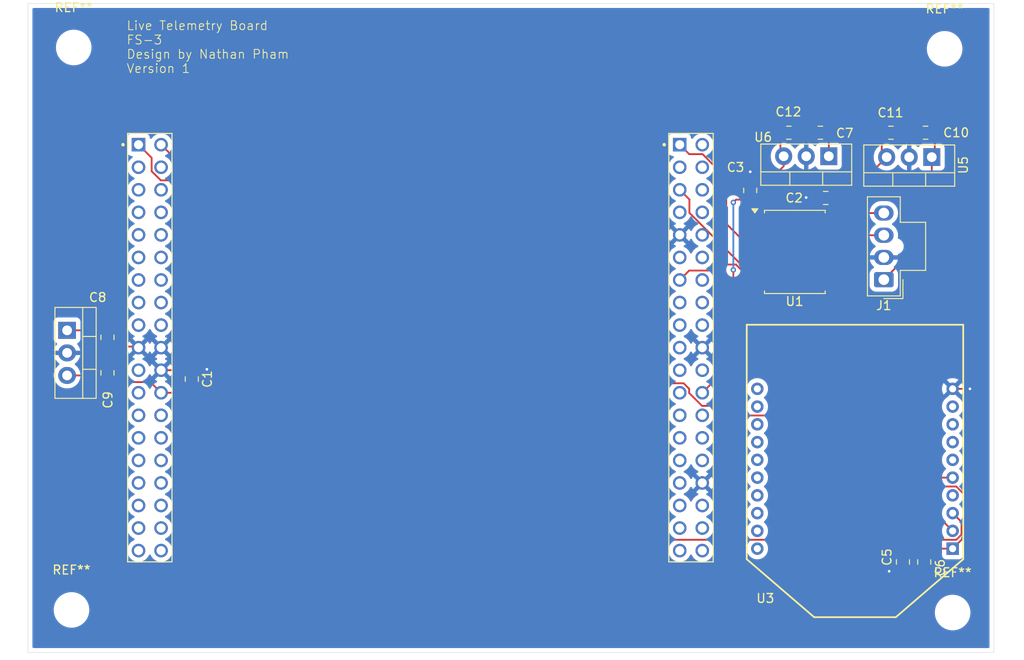
<source format=kicad_pcb>
(kicad_pcb (version 20240108) (generator "pcbnew") (generator_version "8.0")
  (layers (0 "F.Cu" signal) (31 "B.Cu" signal) (34 "B.Paste" user) (35 "F.Paste" user) (36 "B.SilkS" user "B.Silkscreen") (37 "F.SilkS" user "F.Silkscreen") (38 "B.Mask" user) (39 "F.Mask" user) (44 "Edge.Cuts" user))
  (net 0 "")
  (net 1 "GND")
  (net 2 "+12V")
  (net 3 "+9V")
  (net 4 "+5V")
  (net 5 "/CANL")
  (net 6 "/CAN1_TX")
  (net 7 "/CAN1_RX")
  (net 8 "/CANH")
  (net 16 "/RADIO_RESET")
  (net 19 "/RADIO_IN")
  (net 25 "/RADIO_OUT")
  (net 26 "+3V3")
  (footprint "MountingHole:MountingHole_3.5mm" (layer "F.Cu") (at 55.8 62.95)
    (property "Reference" "REF**" (at 0 -4.5 0) (layer "F.SilkS"))
    (property "Value" "MountingHole_3.5mm")
    (pad "" np_thru_hole circle (at 0 0) (size 3.5 3.5) (drill 3.5) (layers "*.Cu" "*.Mask"))
  )
  (footprint "Capacitor_SMD:C_0805_2012Metric_Pad1.18x1.45mm_HandSolder" (layer "F.Cu") (at 132 79.05 -90)
    (property "Reference" "C3" (at -2.6 1.65 0) (layer "F.SilkS"))
    (property "Value" "100nf")
    (fp_line (start -0.261252 0.735) (end 0.261252 0.735) (stroke (width 0.12)) (layer "F.SilkS"))
    (fp_line (start -0.261252 -0.735) (end 0.261252 -0.735) (stroke (width 0.12)) (layer "F.SilkS"))
    (pad "1" smd roundrect (at -1.0375 0 270) (size 1.175 1.45) (layers "F.Cu" "F.Paste" "F.Mask") (roundrect_rratio 0.212766) (net 1 "GND"))
    (pad "2" smd roundrect (at 1.0375 0 270) (size 1.175 1.45) (layers "F.Cu" "F.Paste" "F.Mask") (roundrect_rratio 0.212766) (net 26 "+3V3"))
  )
  (footprint "Capacitor_SMD:C_0805_2012Metric_Pad1.18x1.45mm_HandSolder" (layer "F.Cu") (at 151.75 72.55 180)
    (property "Reference" "C10" (at -3.45 0 0) (layer "F.SilkS"))
    (property "Value" "330nf")
    (fp_line (start -0.261252 0.735) (end 0.261252 0.735) (stroke (width 0.12)) (layer "F.SilkS"))
    (fp_line (start -0.261252 -0.735) (end 0.261252 -0.735) (stroke (width 0.12)) (layer "F.SilkS"))
    (pad "1" smd roundrect (at -1.0375 0 180) (size 1.175 1.45) (layers "F.Cu" "F.Paste" "F.Mask") (roundrect_rratio 0.212766) (net 2 "+12V"))
    (pad "2" smd roundrect (at 1.0375 0 180) (size 1.175 1.45) (layers "F.Cu" "F.Paste" "F.Mask") (roundrect_rratio 0.212766) (net 1 "GND"))
  )
  (footprint "FS_3_Global_Footprint_Library:NUCLEO-F446RE" (layer "F.Cu") (at 94.85 83.41)
    (property "Reference" "U2" (hide yes))
    (property "Value" "NUCLEO-F446RE" (hide yes))
    (fp_line (start -32.98 -10.78) (end -32.98 37.48) (stroke (width 0.127)) (layer "F.SilkS"))
    (fp_line (start -32.98 -10.78) (end -32.98 37.48) (stroke (width 0.127)) (layer "F.SilkS"))
    (fp_line (start -32.98 37.48) (end -27.98 37.48) (stroke (width 0.127)) (layer "F.SilkS"))
    (fp_line (start -27.98 -10.78) (end -32.98 -10.78) (stroke (width 0.127)) (layer "F.SilkS"))
    (fp_line (start -27.98 37.48) (end -27.98 -10.78) (stroke (width 0.127)) (layer "F.SilkS"))
    (fp_line (start 27.98 -10.78) (end 27.98 37.48) (stroke (width 0.127)) (layer "F.SilkS"))
    (fp_line (start 32.98 -10.78) (end 27.98 -10.78) (stroke (width 0.127)) (layer "F.SilkS"))
    (fp_line (start 32.98 -10.78) (end 32.98 37.48) (stroke (width 0.127)) (layer "F.SilkS"))
    (fp_line (start 32.98 37.48) (end 27.98 37.48) (stroke (width 0.127)) (layer "F.SilkS"))
    (fp_circle (center -33.5 -9.51) (end -33.4 -9.51) (stroke (width 0.2)) (fill none) (layer "F.SilkS"))
    (fp_circle (center 27.46 -9.51) (end 27.56 -9.51) (stroke (width 0.2)) (fill none) (layer "F.SilkS"))
    (pad "CN7_1" thru_hole rect (at -31.75 -9.51) (size 1.53 1.53) (drill 1.02) (layers "*.Cu" "*.Mask") (net 19 "/RADIO_IN"))
    (pad "CN7_2" thru_hole circle (at -29.21 -9.51) (size 1.53 1.53) (drill 1.02) (layers "*.Cu" "*.Mask") (net 25 "/RADIO_OUT"))
    (pad "CN7_3" thru_hole circle (at -31.75 -6.97) (size 1.53 1.53) (drill 1.02) (layers "*.Cu" "*.Mask"))
    (pad "CN7_4" thru_hole circle (at -29.21 -6.97) (size 1.53 1.53) (drill 1.02) (layers "*.Cu" "*.Mask"))
    (pad "CN7_5" thru_hole circle (at -31.75 -4.43) (size 1.53 1.53) (drill 1.02) (layers "*.Cu" "*.Mask"))
    (pad "CN7_6" thru_hole circle (at -29.21 -4.43) (size 1.53 1.53) (drill 1.02) (layers "*.Cu" "*.Mask"))
    (pad "CN7_7" thru_hole circle (at -31.75 -1.89) (size 1.53 1.53) (drill 1.02) (layers "*.Cu" "*.Mask"))
    (pad "CN7_8" thru_hole circle (at -29.21 -1.89) (size 1.53 1.53) (drill 1.02) (layers "*.Cu" "*.Mask"))
    (pad "CN7_9" thru_hole circle (at -31.75 0.65) (size 1.53 1.53) (drill 1.02) (layers "*.Cu" "*.Mask"))
    (pad "CN7_10" thru_hole circle (at -29.21 0.65) (size 1.53 1.53) (drill 1.02) (layers "*.Cu" "*.Mask"))
    (pad "CN7_11" thru_hole circle (at -31.75 3.19) (size 1.53 1.53) (drill 1.02) (layers "*.Cu" "*.Mask"))
    (pad "CN7_12" thru_hole circle (at -29.21 3.19) (size 1.53 1.53) (drill 1.02) (layers "*.Cu" "*.Mask"))
    (pad "CN7_13" thru_hole circle (at -31.75 5.73) (size 1.53 1.53) (drill 1.02) (layers "*.Cu" "*.Mask"))
    (pad "CN7_14" thru_hole circle (at -29.21 5.73) (size 1.53 1.53) (drill 1.02) (layers "*.Cu" "*.Mask"))
    (pad "CN7_15" thru_hole circle (at -31.75 8.27) (size 1.53 1.53) (drill 1.02) (layers "*.Cu" "*.Mask"))
    (pad "CN7_16" thru_hole circle (at -29.21 8.27) (size 1.53 1.53) (drill 1.02) (layers "*.Cu" "*.Mask"))
    (pad "CN7_17" thru_hole circle (at -31.75 10.81) (size 1.53 1.53) (drill 1.02) (layers "*.Cu" "*.Mask"))
    (pad "CN7_18" thru_hole circle (at -29.21 10.81) (size 1.53 1.53) (drill 1.02) (layers "*.Cu" "*.Mask"))
    (pad "CN7_19" thru_hole circle (at -31.75 13.35) (size 1.53 1.53) (drill 1.02) (layers "*.Cu" "*.Mask") (net 1 "GND"))
    (pad "CN7_20" thru_hole circle (at -29.21 13.35) (size 1.53 1.53) (drill 1.02) (layers "*.Cu" "*.Mask") (net 1 "GND"))
    (pad "CN7_21" thru_hole circle (at -31.75 15.89) (size 1.53 1.53) (drill 1.02) (layers "*.Cu" "*.Mask"))
    (pad "CN7_22" thru_hole circle (at -29.21 15.89) (size 1.53 1.53) (drill 1.02) (layers "*.Cu" "*.Mask") (net 1 "GND"))
    (pad "CN7_23" thru_hole circle (at -31.75 18.43) (size 1.53 1.53) (drill 1.02) (layers "*.Cu" "*.Mask"))
    (pad "CN7_24" thru_hole circle (at -29.21 18.43) (size 1.53 1.53) (drill 1.02) (layers "*.Cu" "*.Mask") (net 3 "+9V"))
    (pad "CN7_25" thru_hole circle (at -31.75 20.97) (size 1.53 1.53) (drill 1.02) (layers "*.Cu" "*.Mask"))
    (pad "CN7_26" thru_hole circle (at -29.21 20.97) (size 1.53 1.53) (drill 1.02) (layers "*.Cu" "*.Mask"))
    (pad "CN7_27" thru_hole circle (at -31.75 23.51) (size 1.53 1.53) (drill 1.02) (layers "*.Cu" "*.Mask"))
    (pad "CN7_28" thru_hole circle (at -29.21 23.51) (size 1.53 1.53) (drill 1.02) (layers "*.Cu" "*.Mask"))
    (pad "CN7_29" thru_hole circle (at -31.75 26.05) (size 1.53 1.53) (drill 1.02) (layers "*.Cu" "*.Mask"))
    (pad "CN7_30" thru_hole circle (at -29.21 26.05) (size 1.53 1.53) (drill 1.02) (layers "*.Cu" "*.Mask"))
    (pad "CN7_31" thru_hole circle (at -31.75 28.59) (size 1.53 1.53) (drill 1.02) (layers "*.Cu" "*.Mask"))
    (pad "CN7_32" thru_hole circle (at -29.21 28.59) (size 1.53 1.53) (drill 1.02) (layers "*.Cu" "*.Mask"))
    (pad "CN7_33" thru_hole circle (at -31.75 31.13) (size 1.53 1.53) (drill 1.02) (layers "*.Cu" "*.Mask"))
    (pad "CN7_34" thru_hole circle (at -29.21 31.13) (size 1.53 1.53) (drill 1.02) (layers "*.Cu" "*.Mask"))
    (pad "CN7_35" thru_hole circle (at -31.75 33.67) (size 1.53 1.53) (drill 1.02) (layers "*.Cu" "*.Mask"))
    (pad "CN7_36" thru_hole circle (at -29.21 33.67) (size 1.53 1.53) (drill 1.02) (layers "*.Cu" "*.Mask"))
    (pad "CN7_37" thru_hole circle (at -31.75 36.21) (size 1.53 1.53) (drill 1.02) (layers "*.Cu" "*.Mask"))
    (pad "CN7_38" thru_hole circle (at -29.21 36.21) (size 1.53 1.53) (drill 1.02) (layers "*.Cu" "*.Mask"))
    (pad "CN10_1" thru_hole rect (at 29.21 -9.51) (size 1.53 1.53) (drill 1.02) (layers "*.Cu" "*.Mask") (net 7 "/CAN1_RX"))
    (pad "CN10_2" thru_hole circle (at 31.75 -9.51) (size 1.53 1.53) (drill 1.02) (layers "*.Cu" "*.Mask"))
    (pad "CN10_3" thru_hole circle (at 29.21 -6.97) (size 1.53 1.53) (drill 1.02) (layers "*.Cu" "*.Mask"))
    (pad "CN10_4" thru_hole circle (at 31.75 -6.97) (size 1.53 1.53) (drill 1.02) (layers "*.Cu" "*.Mask"))
    (pad "CN10_5" thru_hole circle (at 29.21 -4.43) (size 1.53 1.53) (drill 1.02) (layers "*.Cu" "*.Mask") (net 6 "/CAN1_TX"))
    (pad "CN10_6" thru_hole circle (at 31.75 -4.43) (size 1.53 1.53) (drill 1.02) (layers "*.Cu" "*.Mask"))
    (pad "CN10_7" thru_hole circle (at 29.21 -1.89) (size 1.53 1.53) (drill 1.02) (layers "*.Cu" "*.Mask"))
    (pad "CN10_8" thru_hole circle (at 31.75 -1.89) (size 1.53 1.53) (drill 1.02) (layers "*.Cu" "*.Mask"))
    (pad "CN10_9" thru_hole circle (at 29.21 0.65) (size 1.53 1.53) (drill 1.02) (layers "*.Cu" "*.Mask") (net 1 "GND"))
    (pad "CN10_10" thru_hole circle (at 31.75 0.65) (size 1.53 1.53) (drill 1.02) (layers "*.Cu" "*.Mask"))
    (pad "CN10_11" thru_hole circle (at 29.21 3.19) (size 1.53 1.53) (drill 1.02) (layers "*.Cu" "*.Mask"))
    (pad "CN10_12" thru_hole circle (at 31.75 3.19) (size 1.53 1.53) (drill 1.02) (layers "*.Cu" "*.Mask"))
    (pad "CN10_13" thru_hole circle (at 29.21 5.73) (size 1.53 1.53) (drill 1.02) (layers "*.Cu" "*.Mask") (net 16 "/RADIO_RESET"))
    (pad "CN10_14" thru_hole circle (at 31.75 5.73) (size 1.53 1.53) (drill 1.02) (layers "*.Cu" "*.Mask"))
    (pad "CN10_15" thru_hole circle (at 29.21 8.27) (size 1.53 1.53) (drill 1.02) (layers "*.Cu" "*.Mask"))
    (pad "CN10_16" thru_hole circle (at 31.75 8.27) (size 1.53 1.53) (drill 1.02) (layers "*.Cu" "*.Mask"))
    (pad "CN10_17" thru_hole circle (at 29.21 10.81) (size 1.53 1.53) (drill 1.02) (layers "*.Cu" "*.Mask"))
    (pad "CN10_18" thru_hole circle (at 31.75 10.81) (size 1.53 1.53) (drill 1.02) (layers "*.Cu" "*.Mask"))
    (pad "CN10_19" thru_hole circle (at 29.21 13.35) (size 1.53 1.53) (drill 1.02) (layers "*.Cu" "*.Mask"))
    (pad "CN10_20" thru_hole circle (at 31.75 13.35) (size 1.53 1.53) (drill 1.02) (layers "*.Cu" "*.Mask") (net 1 "GND"))
    (pad "CN10_21" thru_hole circle (at 29.21 15.89) (size 1.53 1.53) (drill 1.02) (layers "*.Cu" "*.Mask"))
    (pad "CN10_22" thru_hole circle (at 31.75 15.89) (size 1.53 1.53) (drill 1.02) (layers "*.Cu" "*.Mask"))
    (pad "CN10_23" thru_hole circle (at 29.21 18.43) (size 1.53 1.53) (drill 1.02) (layers "*.Cu" "*.Mask"))
    (pad "CN10_24" thru_hole circle (at 31.75 18.43) (size 1.53 1.53) (drill 1.02) (layers "*.Cu" "*.Mask") (net 26 "+3V3"))
    (pad "CN10_25" thru_hole circle (at 29.21 20.97) (size 1.53 1.53) (drill 1.02) (layers "*.Cu" "*.Mask"))
    (pad "CN10_26" thru_hole circle (at 31.75 20.97) (size 1.53 1.53) (drill 1.02) (layers "*.Cu" "*.Mask"))
    (pad "CN10_27" thru_hole circle (at 29.21 23.51) (size 1.53 1.53) (drill 1.02) (layers "*.Cu" "*.Mask"))
    (pad "CN10_28" thru_hole circle (at 31.75 23.51) (size 1.53 1.53) (drill 1.02) (layers "*.Cu" "*.Mask"))
    (pad "CN10_29" thru_hole circle (at 29.21 26.05) (size 1.53 1.53) (drill 1.02) (layers "*.Cu" "*.Mask"))
    (pad "CN10_30" thru_hole circle (at 31.75 26.05) (size 1.53 1.53) (drill 1.02) (layers "*.Cu" "*.Mask"))
    (pad "CN10_31" thru_hole circle (at 29.21 28.59) (size 1.53 1.53) (drill 1.02) (layers "*.Cu" "*.Mask"))
    (pad "CN10_32" thru_hole circle (at 31.75 28.59) (size 1.53 1.53) (drill 1.02) (layers "*.Cu" "*.Mask") (net 1 "GND"))
    (pad "CN10_33" thru_hole circle (at 29.21 31.13) (size 1.53 1.53) (drill 1.02) (layers "*.Cu" "*.Mask"))
    (pad "CN10_34" thru_hole circle (at 31.75 31.13) (size 1.53 1.53) (drill 1.02) (layers "*.Cu" "*.Mask"))
    (pad "CN10_35" thru_hole circle (at 29.21 33.67) (size 1.53 1.53) (drill 1.02) (layers "*.Cu" "*.Mask"))
    (pad "CN10_36" thru_hole circle (at 31.75 33.67) (size 1.53 1.53) (drill 1.02) (layers "*.Cu" "*.Mask"))
    (pad "CN10_37" thru_hole circle (at 29.21 36.21) (size 1.53 1.53) (drill 1.02) (layers "*.Cu" "*.Mask"))
    (pad "CN10_38" thru_hole circle (at 31.75 36.21) (size 1.53 1.53) (drill 1.02) (layers "*.Cu" "*.Mask"))
  )
  (footprint "Capacitor_SMD:C_0805_2012Metric" (layer "F.Cu") (at 139.9 72.55 180)
    (property "Reference" "C7" (at -2.75 -0.05 0) (layer "F.SilkS"))
    (property "Value" "0.1 µF")
    (fp_line (start -0.261252 0.735) (end 0.261252 0.735) (stroke (width 0.12)) (layer "F.SilkS"))
    (fp_line (start -0.261252 -0.735) (end 0.261252 -0.735) (stroke (width 0.12)) (layer "F.SilkS"))
    (pad "1" smd roundrect (at -0.95 0 180) (size 1 1.45) (layers "F.Cu" "F.Paste" "F.Mask") (net 2 "+12V"))
    (pad "2" smd roundrect (at 0.95 0 180) (size 1 1.45) (layers "F.Cu" "F.Paste" "F.Mask") (net 1 "GND"))
  )
  (footprint "Capacitor_SMD:C_0805_2012Metric_Pad1.18x1.45mm_HandSolder" (layer "F.Cu") (at 140.5 79.9)
    (property "Reference" "C2" (at -3.55 0 0) (layer "F.SilkS"))
    (property "Value" "100nf")
    (fp_line (start -0.261252 -0.735) (end 0.261252 -0.735) (stroke (width 0.12)) (layer "F.SilkS"))
    (fp_line (start -0.261252 0.735) (end 0.261252 0.735) (stroke (width 0.12)) (layer "F.SilkS"))
    (pad "1" smd roundrect (at -1.0375 0) (size 1.175 1.45) (layers "F.Cu" "F.Paste" "F.Mask") (roundrect_rratio 0.212766) (net 1 "GND"))
    (pad "2" smd roundrect (at 1.0375 0) (size 1.175 1.45) (layers "F.Cu" "F.Paste" "F.Mask") (roundrect_rratio 0.212766) (net 4 "+5V"))
  )
  (footprint "MountingHole:MountingHole_3.5mm" (layer "F.Cu") (at 55.55 126.3)
    (property "Reference" "REF**" (at 0 -4.5 0) (layer "F.SilkS"))
    (property "Value" "MountingHole_3.5mm")
    (pad "" np_thru_hole circle (at 0 0) (size 3.5 3.5) (drill 3.5) (layers "*.Cu" "*.Mask"))
  )
  (footprint "Capacitor_SMD:C_0805_2012Metric_Pad1.18x1.45mm_HandSolder" (layer "F.Cu") (at 151.6 120.9 -90)
    (property "Reference" "C6" (at 0.65 -1.8 90) (layer "F.SilkS"))
    (property "Value" "47 pF")
    (fp_line (start -0.261252 0.735) (end 0.261252 0.735) (stroke (width 0.12)) (layer "F.SilkS"))
    (fp_line (start -0.261252 -0.735) (end 0.261252 -0.735) (stroke (width 0.12)) (layer "F.SilkS"))
    (pad "1" smd roundrect (at -1.0375 0 270) (size 1.175 1.45) (layers "F.Cu" "F.Paste" "F.Mask") (roundrect_rratio 0.212766) (net 26 "+3V3"))
    (pad "2" smd roundrect (at 1.0375 0 270) (size 1.175 1.45) (layers "F.Cu" "F.Paste" "F.Mask") (roundrect_rratio 0.212766) (net 1 "GND"))
  )
  (footprint "Package_TO_SOT_THT:TO-220-3_Vertical" (layer "F.Cu") (at 55.055 94.81 -90)
    (property "Reference" "U4" (hide yes))
    (property "Value" "LM7809_TO220")
    (fp_line (start -2.58 1.371) (end 7.66 1.371) (stroke (width 0.12)) (layer "F.SilkS"))
    (fp_line (start -2.58 -1.76) (end 7.66 -1.76) (stroke (width 0.12)) (layer "F.SilkS"))
    (fp_line (start -2.58 -3.27) (end -2.58 1.371) (stroke (width 0.12)) (layer "F.SilkS"))
    (fp_line (start -2.58 -3.27) (end 7.66 -3.27) (stroke (width 0.12)) (layer "F.SilkS"))
    (fp_line (start 0.69 -3.27) (end 0.69 -1.76) (stroke (width 0.12)) (layer "F.SilkS"))
    (fp_line (start 4.391 -3.27) (end 4.391 -1.76) (stroke (width 0.12)) (layer "F.SilkS"))
    (fp_line (start 7.66 -3.27) (end 7.66 1.371) (stroke (width 0.12)) (layer "F.SilkS"))
    (pad "1" thru_hole rect (at 0 0 270) (size 1.905 2) (drill 1.1) (layers "*.Cu" "*.Mask") (net 2 "+12V"))
    (pad "2" thru_hole oval (at 2.54 0 270) (size 1.905 2) (drill 1.1) (layers "*.Cu" "*.Mask") (net 1 "GND"))
    (pad "3" thru_hole oval (at 5.08 0 270) (size 1.905 2) (drill 1.1) (layers "*.Cu" "*.Mask") (net 3 "+9V"))
  )
  (footprint "Connector_Molex:Molex_Nano-Fit_105309-xx04_1x04_P2.50mm_Vertical" (layer "F.Cu") (at 147.05 89.1 180)
    (property "Reference" "J1" (at 0 -2.92 0) (layer "F.SilkS"))
    (property "Value" "Molar Nanofit Connectors")
    (fp_line (start 1.85 9.33) (end -1.85 9.33) (stroke (width 0.12)) (layer "F.SilkS"))
    (fp_line (start 1.85 3.75) (end 1.85 9.33) (stroke (width 0.12)) (layer "F.SilkS"))
    (fp_line (start 1.85 3.75) (end 1.85 -1.83) (stroke (width 0.12)) (layer "F.SilkS"))
    (fp_line (start 1.85 -1.83) (end -1.85 -1.83) (stroke (width 0.12)) (layer "F.SilkS"))
    (fp_line (start 0 -2.13) (end -2.15 -2.13) (stroke (width 0.12)) (layer "F.SilkS"))
    (fp_line (start -1.85 9.33) (end -1.85 6.46) (stroke (width 0.12)) (layer "F.SilkS"))
    (fp_line (start -1.85 6.46) (end -4.71 6.46) (stroke (width 0.12)) (layer "F.SilkS"))
    (fp_line (start -1.85 1.04) (end -4.71 1.04) (stroke (width 0.12)) (layer "F.SilkS"))
    (fp_line (start -1.85 -1.83) (end -1.85 1.04) (stroke (width 0.12)) (layer "F.SilkS"))
    (fp_line (start -2.15 -2.13) (end -2.15 0) (stroke (width 0.12)) (layer "F.SilkS"))
    (fp_line (start -4.71 6.46) (end -4.71 3.75) (stroke (width 0.12)) (layer "F.SilkS"))
    (fp_line (start -4.71 1.04) (end -4.71 3.75) (stroke (width 0.12)) (layer "F.SilkS"))
    (pad "" np_thru_hole circle (at -1.34 3.75 180) (size 1.3 1.3) (drill 1.3) (layers "*.Cu" "*.Mask"))
    (pad "1" thru_hole roundrect (at 0 0 180) (size 2.2 1.7) (drill 1.2) (layers "*.Cu" "*.Mask") (roundrect_rratio 0.147059) (net 2 "+12V"))
    (pad "2" thru_hole oval (at 0 2.5 180) (size 2.2 1.7) (drill 1.2) (layers "*.Cu" "*.Mask") (net 1 "GND"))
    (pad "3" thru_hole oval (at 0 5 180) (size 2.2 1.7) (drill 1.2) (layers "*.Cu" "*.Mask") (net 5 "/CANL"))
    (pad "4" thru_hole oval (at 0 7.5 180) (size 2.2 1.7) (drill 1.2) (layers "*.Cu" "*.Mask") (net 8 "/CANH"))
  )
  (footprint "MountingHole:MountingHole_3.5mm" (layer "F.Cu") (at 153.9 63.1)
    (property "Reference" "REF**" (at 0 -4.5 0) (layer "F.SilkS"))
    (property "Value" "MountingHole_3.5mm")
    (pad "" np_thru_hole circle (at 0 0) (size 3.5 3.5) (drill 3.5) (layers "*.Cu" "*.Mask"))
  )
  (footprint "Capacitor_SMD:C_0805_2012Metric_Pad1.18x1.45mm_HandSolder" (layer "F.Cu") (at 147.85 72.55)
    (property "Reference" "C11" (at -0.05 -2.25 0) (layer "F.SilkS"))
    (property "Value" "100nf")
    (fp_line (start -0.261252 -0.735) (end 0.261252 -0.735) (stroke (width 0.12)) (layer "F.SilkS"))
    (fp_line (start -0.261252 0.735) (end 0.261252 0.735) (stroke (width 0.12)) (layer "F.SilkS"))
    (pad "1" smd roundrect (at -1.0375 0) (size 1.175 1.45) (layers "F.Cu" "F.Paste" "F.Mask") (roundrect_rratio 0.212766) (net 4 "+5V"))
    (pad "2" smd roundrect (at 1.0375 0) (size 1.175 1.45) (layers "F.Cu" "F.Paste" "F.Mask") (roundrect_rratio 0.212766) (net 1 "GND"))
  )
  (footprint "Capacitor_SMD:C_0805_2012Metric_Pad1.18x1.45mm_HandSolder" (layer "F.Cu") (at 59.6 95.6 -90)
    (property "Reference" "C8" (at -4.5 1.1 0) (layer "F.SilkS"))
    (property "Value" "330nf")
    (fp_line (start -0.261252 0.735) (end 0.261252 0.735) (stroke (width 0.12)) (layer "F.SilkS"))
    (fp_line (start -0.261252 -0.735) (end 0.261252 -0.735) (stroke (width 0.12)) (layer "F.SilkS"))
    (pad "1" smd roundrect (at -1.0375 0 270) (size 1.175 1.45) (layers "F.Cu" "F.Paste" "F.Mask") (roundrect_rratio 0.212766) (net 2 "+12V"))
    (pad "2" smd roundrect (at 1.0375 0 270) (size 1.175 1.45) (layers "F.Cu" "F.Paste" "F.Mask") (roundrect_rratio 0.212766) (net 1 "GND"))
  )
  (footprint "Capacitor_SMD:C_0805_2012Metric_Pad1.18x1.45mm_HandSolder" (layer "F.Cu") (at 69.1 100.3 90)
    (property "Reference" "C1" (at 0 1.75 90) (layer "F.SilkS"))
    (property "Value" "100nF")
    (fp_line (start -0.261252 -0.735) (end 0.261252 -0.735) (stroke (width 0.12)) (layer "F.SilkS"))
    (fp_line (start -0.261252 0.735) (end 0.261252 0.735) (stroke (width 0.12)) (layer "F.SilkS"))
    (pad "1" smd roundrect (at -1.0375 0 90) (size 1.175 1.45) (layers "F.Cu" "F.Paste" "F.Mask") (roundrect_rratio 0.212766) (net 3 "+9V"))
    (pad "2" smd roundrect (at 1.0375 0 90) (size 1.175 1.45) (layers "F.Cu" "F.Paste" "F.Mask") (roundrect_rratio 0.212766) (net 1 "GND"))
  )
  (footprint "FS_3_Global_Footprint_Library:XBP9B-DPST-001" (layer "F.Cu") (at 143.8 110.65 180)
    (property "Reference" "U3" (at 10.1 -14.35 0) (layer "F.SilkS") (effects (font (size 1.003055 1.003055))))
    (property "Value" "XBP9B-DPST-001")
    (fp_line (start 12.19 16.47) (end -12.19 16.47) (stroke (width 0.2)) (layer "F.SilkS"))
    (fp_line (start 12.19 -9.94) (end 12.19 16.47) (stroke (width 0.2)) (layer "F.SilkS"))
    (fp_line (start 12.19 -9.94) (end 4.6 -16.47) (stroke (width 0.2)) (layer "F.SilkS"))
    (fp_line (start -4.6 -16.47) (end 4.6 -16.47) (stroke (width 0.2)) (layer "F.SilkS"))
    (fp_line (start -12.19 16.47) (end -12.19 -9.94) (stroke (width 0.2)) (layer "F.SilkS"))
    (fp_line (start -12.19 -9.94) (end -4.6 -16.47) (stroke (width 0.2)) (layer "F.SilkS"))
    (pad "1" thru_hole rect (at -11 -8.75 180) (size 1.4 1.4) (drill 0.8) (layers "*.Cu" "*.Mask") (net 26 "+3V3"))
    (pad "2" thru_hole circle (at -11 -6.75 180) (size 1.4 1.4) (drill 0.8) (layers "*.Cu" "*.Mask") (net 25 "/RADIO_OUT"))
    (pad "3" thru_hole circle (at -11 -4.75 180) (size 1.4 1.4) (drill 0.8) (layers "*.Cu" "*.Mask") (net 19 "/RADIO_IN"))
    (pad "4" thru_hole circle (at -11 -2.75 180) (size 1.4 1.4) (drill 0.8) (layers "*.Cu" "*.Mask"))
    (pad "5" thru_hole circle (at -11 -0.75 180) (size 1.4 1.4) (drill 0.8) (layers "*.Cu" "*.Mask") (net 16 "/RADIO_RESET"))
    (pad "6" thru_hole circle (at -11 1.25 180) (size 1.4 1.4) (drill 0.8) (layers "*.Cu" "*.Mask"))
    (pad "7" thru_hole circle (at -11 3.25 180) (size 1.4 1.4) (drill 0.8) (layers "*.Cu" "*.Mask"))
    (pad "8" thru_hole circle (at -11 5.25 180) (size 1.4 1.4) (drill 0.8) (layers "*.Cu" "*.Mask"))
    (pad "9" thru_hole circle (at -11 7.25 180) (size 1.4 1.4) (drill 0.8) (layers "*.Cu" "*.Mask"))
    (pad "10" thru_hole circle (at -11 9.25 180) (size 1.4 1.4) (drill 0.8) (layers "*.Cu" "*.Mask") (net 1 "GND"))
    (pad "11" thru_hole circle (at 11 9.25 180) (size 1.4 1.4) (drill 0.8) (layers "*.Cu" "*.Mask"))
    (pad "12" thru_hole circle (at 11 7.25 180) (size 1.4 1.4) (drill 0.8) (layers "*.Cu" "*.Mask"))
    (pad "13" thru_hole circle (at 11 5.25 180) (size 1.4 1.4) (drill 0.8) (layers "*.Cu" "*.Mask"))
    (pad "14" thru_hole circle (at 11 3.25 180) (size 1.4 1.4) (drill 0.8) (layers "*.Cu" "*.Mask"))
    (pad "15" thru_hole circle (at 11 1.25 180) (size 1.4 1.4) (drill 0.8) (layers "*.Cu" "*.Mask"))
    (pad "16" thru_hole circle (at 11 -0.75 180) (size 1.4 1.4) (drill 0.8) (layers "*.Cu" "*.Mask"))
    (pad "17" thru_hole circle (at 11 -2.75 180) (size 1.4 1.4) (drill 0.8) (layers "*.Cu" "*.Mask"))
    (pad "18" thru_hole circle (at 11 -4.75 180) (size 1.4 1.4) (drill 0.8) (layers "*.Cu" "*.Mask"))
    (pad "19" thru_hole circle (at 11 -6.75 180) (size 1.4 1.4) (drill 0.8) (layers "*.Cu" "*.Mask"))
    (pad "20" thru_hole circle (at 11 -8.75 180) (size 1.4 1.4) (drill 0.8) (layers "*.Cu" "*.Mask"))
  )
  (footprint "Capacitor_SMD:C_0805_2012Metric_Pad1.18x1.45mm_HandSolder" (layer "F.Cu") (at 149.2 120.9 -90)
    (property "Reference" "C5" (at -0.55 1.8 90) (layer "F.SilkS"))
    (property "Value" "1.0 uF")
    (fp_line (start -0.261252 0.735) (end 0.261252 0.735) (stroke (width 0.12)) (layer "F.SilkS"))
    (fp_line (start -0.261252 -0.735) (end 0.261252 -0.735) (stroke (width 0.12)) (layer "F.SilkS"))
    (pad "1" smd roundrect (at -1.0375 0 270) (size 1.175 1.45) (layers "F.Cu" "F.Paste" "F.Mask") (roundrect_rratio 0.212766) (net 26 "+3V3"))
    (pad "2" smd roundrect (at 1.0375 0 270) (size 1.175 1.45) (layers "F.Cu" "F.Paste" "F.Mask") (roundrect_rratio 0.212766) (net 1 "GND"))
  )
  (footprint "Package_SO:SOP-8_6.62x9.15mm_P2.54mm" (layer "F.Cu") (at 137.025 85.98)
    (property "Reference" "U1" (at -0.025 5.57 0) (layer "F.SilkS"))
    (property "Value" "ISO1050DUB")
    (fp_line (start -3.42 -4.685) (end -3.42 -4.395) (stroke (width 0.12)) (layer "F.SilkS"))
    (fp_line (start -3.42 4.685) (end -3.42 4.395) (stroke (width 0.12)) (layer "F.SilkS"))
    (fp_line (start 0 -4.685) (end -3.42 -4.685) (stroke (width 0.12)) (layer "F.SilkS"))
    (fp_line (start 0 -4.685) (end 3.42 -4.685) (stroke (width 0.12)) (layer "F.SilkS"))
    (fp_line (start 0 4.685) (end -3.42 4.685) (stroke (width 0.12)) (layer "F.SilkS"))
    (fp_line (start 0 4.685) (end 3.42 4.685) (stroke (width 0.12)) (layer "F.SilkS"))
    (fp_line (start 3.42 -4.685) (end 3.42 -4.395) (stroke (width 0.12)) (layer "F.SilkS"))
    (fp_line (start 3.42 4.685) (end 3.42 4.395) (stroke (width 0.12)) (layer "F.SilkS"))
    (fp_poly (pts (xy -4.505 -4.395) (xy -4.845 -4.865) (xy -4.165 -4.865) (xy -4.505 -4.395)) (stroke (width 0.12)) (fill solid) (layer "F.SilkS"))
    (pad "1" smd roundrect (at -4.525 -3.81) (size 2.35 0.65) (layers "F.Cu" "F.Paste" "F.Mask") (net 26 "+3V3"))
    (pad "2" smd roundrect (at -4.525 -1.27) (size 2.35 0.65) (layers "F.Cu" "F.Paste" "F.Mask") (net 7 "/CAN1_RX"))
    (pad "3" smd roundrect (at -4.525 1.27) (size 2.35 0.65) (layers "F.Cu" "F.Paste" "F.Mask") (net 6 "/CAN1_TX"))
    (pad "4" smd roundrect (at -4.525 3.81) (size 2.35 0.65) (layers "F.Cu" "F.Paste" "F.Mask") (net 1 "GND"))
    (pad "5" smd roundrect (at 4.525 3.81) (size 2.35 0.65) (layers "F.Cu" "F.Paste" "F.Mask") (net 1 "GND"))
    (pad "6" smd roundrect (at 4.525 1.27) (size 2.35 0.65) (layers "F.Cu" "F.Paste" "F.Mask") (net 5 "/CANL"))
    (pad "7" smd roundrect (at 4.525 -1.27) (size 2.35 0.65) (layers "F.Cu" "F.Paste" "F.Mask") (net 8 "/CANH"))
    (pad "8" smd roundrect (at 4.525 -3.81) (size 2.35 0.65) (layers "F.Cu" "F.Paste" "F.Mask") (net 4 "+5V"))
  )
  (footprint "Package_TO_SOT_THT:TO-220-3_Vertical" (layer "F.Cu") (at 152.45 75.3 180)
    (property "Reference" "U5" (at -3.55 -0.9 90) (layer "F.SilkS"))
    (property "Value" "LM7805_TO220")
    (fp_line (start 7.66 -3.27) (end 7.66 1.371) (stroke (width 0.12)) (layer "F.SilkS"))
    (fp_line (start 4.391 -3.27) (end 4.391 -1.76) (stroke (width 0.12)) (layer "F.SilkS"))
    (fp_line (start 0.69 -3.27) (end 0.69 -1.76) (stroke (width 0.12)) (layer "F.SilkS"))
    (fp_line (start -2.58 1.371) (end 7.66 1.371) (stroke (width 0.12)) (layer "F.SilkS"))
    (fp_line (start -2.58 -1.76) (end 7.66 -1.76) (stroke (width 0.12)) (layer "F.SilkS"))
    (fp_line (start -2.58 -3.27) (end 7.66 -3.27) (stroke (width 0.12)) (layer "F.SilkS"))
    (fp_line (start -2.58 -3.27) (end -2.58 1.371) (stroke (width 0.12)) (layer "F.SilkS"))
    (pad "1" thru_hole rect (at 0 0 180) (size 1.905 2) (drill 1.1) (layers "*.Cu" "*.Mask") (net 2 "+12V"))
    (pad "2" thru_hole oval (at 2.54 0 180) (size 1.905 2) (drill 1.1) (layers "*.Cu" "*.Mask") (net 1 "GND"))
    (pad "3" thru_hole oval (at 5.08 0 180) (size 1.905 2) (drill 1.1) (layers "*.Cu" "*.Mask") (net 4 "+5V"))
  )
  (footprint "MountingHole:MountingHole_3.5mm" (layer "F.Cu") (at 154.8 126.6)
    (property "Reference" "REF**" (at 0 -4.5 0) (layer "F.SilkS"))
    (property "Value" "MountingHole_3.5mm")
    (pad "" np_thru_hole circle (at 0 0) (size 3.5 3.5) (drill 3.5) (layers "*.Cu" "*.Mask"))
  )
  (footprint "Capacitor_SMD:C_0805_2012Metric" (layer "F.Cu") (at 136.35 72.55)
    (property "Reference" "C12" (at -0.05 -2.35 0) (layer "F.SilkS"))
    (property "Value" "2.2 µF")
    (fp_line (start -0.261252 -0.735) (end 0.261252 -0.735) (stroke (width 0.12)) (layer "F.SilkS"))
    (fp_line (start -0.261252 0.735) (end 0.261252 0.735) (stroke (width 0.12)) (layer "F.SilkS"))
    (pad "1" smd roundrect (at -0.95 0) (size 1 1.45) (layers "F.Cu" "F.Paste" "F.Mask") (net 26 "+3V3"))
    (pad "2" smd roundrect (at 0.95 0) (size 1 1.45) (layers "F.Cu" "F.Paste" "F.Mask") (net 1 "GND"))
  )
  (footprint "Capacitor_SMD:C_0805_2012Metric_Pad1.18x1.45mm_HandSolder" (layer "F.Cu") (at 59.6 99.6 90)
    (property "Reference" "C9" (at -3.05 0.05 90) (layer "F.SilkS"))
    (property "Value" "100nf")
    (fp_line (start -0.261252 -0.735) (end 0.261252 -0.735) (stroke (width 0.12)) (layer "F.SilkS"))
    (fp_line (start -0.261252 0.735) (end 0.261252 0.735) (stroke (width 0.12)) (layer "F.SilkS"))
    (pad "1" smd roundrect (at -1.0375 0 90) (size 1.175 1.45) (layers "F.Cu" "F.Paste" "F.Mask") (roundrect_rratio 0.212766) (net 3 "+9V"))
    (pad "2" smd roundrect (at 1.0375 0 90) (size 1.175 1.45) (layers "F.Cu" "F.Paste" "F.Mask") (roundrect_rratio 0.212766) (net 1 "GND"))
  )
  (footprint "Package_TO_SOT_THT:TO-220-3_Vertical" (layer "F.Cu") (at 140.85 75.2 180)
    (property "Reference" "U6" (at 7.4 2.15 0) (layer "F.SilkS"))
    (property "Value" "LF33_TO220")
    (fp_line (start 7.66 -3.27) (end 7.66 1.371) (stroke (width 0.12)) (layer "F.SilkS"))
    (fp_line (start 4.391 -3.27) (end 4.391 -1.76) (stroke (width 0.12)) (layer "F.SilkS"))
    (fp_line (start 0.69 -3.27) (end 0.69 -1.76) (stroke (width 0.12)) (layer "F.SilkS"))
    (fp_line (start -2.58 1.371) (end 7.66 1.371) (stroke (width 0.12)) (layer "F.SilkS"))
    (fp_line (start -2.58 -1.76) (end 7.66 -1.76) (stroke (width 0.12)) (layer "F.SilkS"))
    (fp_line (start -2.58 -3.27) (end 7.66 -3.27) (stroke (width 0.12)) (layer "F.SilkS"))
    (fp_line (start -2.58 -3.27) (end -2.58 1.371) (stroke (width 0.12)) (layer "F.SilkS"))
    (pad "1" thru_hole rect (at 0 0 180) (size 1.905 2) (drill 1.1) (layers "*.Cu" "*.Mask") (net 2 "+12V"))
    (pad "2" thru_hole oval (at 2.54 0 180) (size 1.905 2) (drill 1.1) (layers "*.Cu" "*.Mask") (net 1 "GND"))
    (pad "3" thru_hole oval (at 5.08 0 180) (size 1.905 2) (drill 1.1) (layers "*.Cu" "*.Mask") (net 26 "+3V3"))
  )
  (gr_rect (start 50.65 58) (end 159.45 131.1) (stroke (width 0.05)) (fill none) (layer "Edge.Cuts"))
  (gr_text "Live Telemetry Board\nFS-3\nDesign by Nathan Pham\nVersion 1\n" (at 61.7 65.9 0) (layer "F.SilkS") (effects (font (size 1 1) (thickness 0.1)) (justify left bottom)))
  (segment (start 138.15 72.55) (end 138.95 72.55) (width 0.2) (layer "F.Cu") (net 1))
  (segment (start 70.7375 99.2625) (end 70.8 99.2) (width 0.2) (layer "F.Cu") (net 1))
  (segment (start 149.85 72.75) (end 149.91 72.81) (width 0.2) (layer "F.Cu") (net 1))
  (segment (start 139.4625 79.9) (end 138.35 79.9) (width 0.2) (layer "F.Cu") (net 1))
  (segment (start 149.91 72.81) (end 149.91 75.3) (width 0.2) (layer "F.Cu") (net 1))
  (segment (start 62.9775 96.6375) (end 63.1 96.76) (width 0.2) (layer "F.Cu") (net 1))
  (segment (start 55.055 97.35) (end 58.8875 97.35) (width 0.2) (layer "F.Cu") (net 1))
  (segment (start 69.1 99.2625) (end 70.7375 99.2625) (width 0.2) (layer "F.Cu") (net 1))
  (segment (start 138.15 72.55) (end 138.31 72.71) (width 0.2) (layer "F.Cu") (net 1))
  (segment (start 59.6 96.6375) (end 62.9775 96.6375) (width 0.2) (layer "F.Cu") (net 1))
  (segment (start 69.0625 99.3) (end 69.1 99.2625) (width 0.2) (layer "F.Cu") (net 1))
  (segment (start 144.74 86.6) (end 141.55 89.79) (width 0.2) (layer "F.Cu") (net 1))
  (segment (start 149.2 121.9375) (end 151.6 121.9375) (width 0.2) (layer "F.Cu") (net 1))
  (segment (start 149.85 72.55) (end 150.7125 72.55) (width 0.2) (layer "F.Cu") (net 1))
  (segment (start 149.2 121.9375) (end 147.6625 121.9375) (width 0.2) (layer "F.Cu") (net 1))
  (segment (start 132 78.0125) (end 132 76.95) (width 0.2) (layer "F.Cu") (net 1))
  (segment (start 65.64 99.3) (end 69.0625 99.3) (width 0.2) (layer "F.Cu") (net 1))
  (segment (start 58.8875 97.35) (end 59.6 96.6375) (width 0.2) (layer "F.Cu") (net 1))
  (segment (start 59.6 96.6375) (end 59.6 98.5625) (width 0.2) (layer "F.Cu") (net 1))
  (segment (start 137.3 72.55) (end 138.15 72.55) (width 0.2) (layer "F.Cu") (net 1))
  (segment (start 147.05 86.6) (end 144.74 86.6) (width 0.2) (layer "F.Cu") (net 1))
  (segment (start 148.8875 72.55) (end 149.85 72.55) (width 0.2) (layer "F.Cu") (net 1))
  (segment (start 138.35 79.9) (end 138.3 79.85) (width 0.2) (layer "F.Cu") (net 1))
  (segment (start 147.6625 121.9375) (end 147.65 121.95) (width 0.2) (layer "F.Cu") (net 1))
  (segment (start 65.64 96.76) (end 68.1425 99.2625) (width 0.2) (layer "F.Cu") (net 1))
  (segment (start 149.85 72.55) (end 149.85 72.75) (width 0.2) (layer "F.Cu") (net 1))
  (segment (start 68.1425 99.2625) (end 69.1 99.2625) (width 0.2) (layer "F.Cu") (net 1))
  (segment (start 154.8 101.4) (end 156.75 101.4) (width 0.2) (layer "F.Cu") (net 1))
  (segment (start 138.31 72.71) (end 138.31 75.2) (width 0.2) (layer "F.Cu") (net 1))
  (via (at 70.8 99.2) (size 0.6) (drill 0.3) (layers "F.Cu" "B.Cu") (net 1))
  (via (at 147.65 121.95) (size 0.6) (drill 0.3) (layers "F.Cu" "B.Cu") (net 1))
  (via (at 138.3 79.85) (size 0.6) (drill 0.3) (layers "F.Cu" "B.Cu") (net 1))
  (via (at 156.75 101.4) (size 0.6) (drill 0.3) (layers "F.Cu" "B.Cu") (net 1))
  (via (at 132 76.95) (size 0.6) (drill 0.3) (layers "F.Cu" "B.Cu") (net 1))
  (segment (start 152.7875 74.9625) (end 152.45 75.3) (width 0.2) (layer "F.Cu") (net 2))
  (segment (start 152.7875 72.1375) (end 152.7875 72.55) (width 0.2) (layer "F.Cu") (net 2))
  (segment (start 59.6 94.5625) (end 59.6 71.95) (width 0.2) (layer "F.Cu") (net 2))
  (segment (start 60.6 70.95) (end 139.25 70.95) (width 0.2) (layer "F.Cu") (net 2))
  (segment (start 139.25 70.95) (end 140.85 72.55) (width 0.2) (layer "F.Cu") (net 2))
  (segment (start 140.85 72.55) (end 140.85 75.2) (width 0.2) (layer "F.Cu") (net 2))
  (segment (start 55.055 94.81) (end 59.3525 94.81) (width 0.2) (layer "F.Cu") (net 2))
  (segment (start 151.85 71.2) (end 152.7875 72.1375) (width 0.2) (layer "F.Cu") (net 2))
  (segment (start 147.05 89.1) (end 152.45 83.7) (width 0.2) (layer "F.Cu") (net 2))
  (segment (start 142.2 71.2) (end 151.85 71.2) (width 0.2) (layer "F.Cu") (net 2))
  (segment (start 152.7875 72.55) (end 152.7875 74.9625) (width 0.2) (layer "F.Cu") (net 2))
  (segment (start 59.6 71.95) (end 60.6 70.95) (width 0.2) (layer "F.Cu") (net 2))
  (segment (start 152.45 83.7) (end 152.45 75.3) (width 0.2) (layer "F.Cu") (net 2))
  (segment (start 140.85 72.55) (end 142.2 71.2) (width 0.2) (layer "F.Cu") (net 2))
  (segment (start 59.3525 94.81) (end 59.6 94.5625) (width 0.2) (layer "F.Cu") (net 2))
  (segment (start 58.8525 99.89) (end 59.6 100.6375) (width 0.2) (layer "F.Cu") (net 3))
  (segment (start 65.64 101.84) (end 66.91 101.84) (width 0.2) (layer "F.Cu") (net 3))
  (segment (start 67.4125 101.3375) (end 69.1 101.3375) (width 0.2) (layer "F.Cu") (net 3))
  (segment (start 59.6 100.6375) (end 64.4375 100.6375) (width 0.2) (layer "F.Cu") (net 3))
  (segment (start 68.5975 101.84) (end 69.1 101.3375) (width 0.2) (layer "F.Cu") (net 3))
  (segment (start 55.055 99.89) (end 58.8525 99.89) (width 0.2) (layer "F.Cu") (net 3))
  (segment (start 64.4375 100.6375) (end 65.64 101.84) (width 0.2) (layer "F.Cu") (net 3))
  (segment (start 66.91 101.84) (end 67.4125 101.3375) (width 0.2) (layer "F.Cu") (net 3))
  (segment (start 141.5375 79.9) (end 142.77 79.9) (width 0.2) (layer "F.Cu") (net 4))
  (segment (start 141.5375 82.1575) (end 141.55 82.17) (width 0.2) (layer "F.Cu") (net 4))
  (segment (start 146.8125 72.55) (end 146.8125 74.7425) (width 0.2) (layer "F.Cu") (net 4))
  (segment (start 146.8125 74.7425) (end 147.37 75.3) (width 0.2) (layer "F.Cu") (net 4))
  (segment (start 141.5375 79.9) (end 141.5375 82.1575) (width 0.2) (layer "F.Cu") (net 4))
  (segment (start 142.77 79.9) (end 147.37 75.3) (width 0.2) (layer "F.Cu") (net 4))
  (segment (start 144.7 84.1) (end 141.55 87.25) (width 0.2) (layer "F.Cu") (net 5))
  (segment (start 147.05 84.1) (end 144.7 84.1) (width 0.2) (layer "F.Cu") (net 5))
  (segment (start 125.15 81.576138) (end 125.15 80.07) (width 0.2) (layer "F.Cu") (net 6))
  (segment (start 130.823862 87.25) (end 125.15 81.576138) (width 0.2) (layer "F.Cu") (net 6))
  (segment (start 125.15 80.07) (end 124.06 78.98) (width 0.2) (layer "F.Cu") (net 6))
  (segment (start 132.5 87.25) (end 130.823862 87.25) (width 0.2) (layer "F.Cu") (net 6))
  (segment (start 129.3 77.633862) (end 129.3 82.8) (width 0.2) (layer "F.Cu") (net 7))
  (segment (start 125.125 74.965) (end 126.631138 74.965) (width 0.2) (layer "F.Cu") (net 7))
  (segment (start 129.3 82.8) (end 131.21 84.71) (width 0.2) (layer "F.Cu") (net 7))
  (segment (start 131.21 84.71) (end 132.5 84.71) (width 0.2) (layer "F.Cu") (net 7))
  (segment (start 124.06 73.9) (end 125.125 74.965) (width 0.2) (layer "F.Cu") (net 7))
  (segment (start 126.631138 74.965) (end 129.3 77.633862) (width 0.2) (layer "F.Cu") (net 7))
  (segment (start 144.66 81.6) (end 141.55 84.71) (width 0.2) (layer "F.Cu") (net 8))
  (segment (start 147.05 81.6) (end 144.66 81.6) (width 0.2) (layer "F.Cu") (net 8))
  (segment (start 131.025 92.075) (end 150.35 111.4) (width 0.2) (layer "F.Cu") (net 16))
  (segment (start 131.025 88.025) (end 131.025 92.075) (width 0.2) (layer "F.Cu") (net 16))
  (segment (start 128.35 87.4) (end 130.4 87.4) (width 0.2) (layer "F.Cu") (net 16))
  (segment (start 125.125 88.075) (end 127.675 88.075) (width 0.2) (layer "F.Cu") (net 16))
  (segment (start 127.675 88.075) (end 128.35 87.4) (width 0.2) (layer "F.Cu") (net 16))
  (segment (start 150.35 111.4) (end 154.8 111.4) (width 0.2) (layer "F.Cu") (net 16))
  (segment (start 124.06 89.14) (end 125.125 88.075) (width 0.2) (layer "F.Cu") (net 16))
  (segment (start 130.4 87.4) (end 131.025 88.025) (width 0.2) (layer "F.Cu") (net 16))
  (segment (start 155.214214 118.4) (end 155.8 117.814214) (width 0.2) (layer "F.Cu") (net 19))
  (segment (start 109.55 118.4) (end 155.214214 118.4) (width 0.2) (layer "F.Cu") (net 19))
  (segment (start 155.8 116.4) (end 154.8 115.4) (width 0.2) (layer "F.Cu") (net 19))
  (segment (start 69.065 77.915) (end 109.55 118.4) (width 0.2) (layer "F.Cu") (net 19))
  (segment (start 155.8 117.814214) (end 155.8 116.4) (width 0.2) (layer "F.Cu") (net 19))
  (segment (start 63.1 73.9) (end 64.575 75.375) (width 0.2) (layer "F.Cu") (net 19))
  (segment (start 64.575 75.375) (end 64.575 76.881138) (width 0.2) (layer "F.Cu") (net 19))
  (segment (start 65.608862 77.915) (end 69.065 77.915) (width 0.2) (layer "F.Cu") (net 19))
  (segment (start 64.575 76.881138) (end 65.608862 77.915) (width 0.2) (layer "F.Cu") (net 19))
  (segment (start 130.665 103.315) (end 131.75 104.4) (width 0.2) (layer "F.Cu") (net 25))
  (segment (start 141.8 104.4) (end 154.8 117.4) (width 0.2) (layer "F.Cu") (net 25))
  (segment (start 125.125 101.871138) (end 126.568862 103.315) (width 0.2) (layer "F.Cu") (net 25))
  (segment (start 92.515 100.775) (end 124.501138 100.775) (width 0.2) (layer "F.Cu") (net 25))
  (segment (start 65.64 73.9) (end 92.515 100.775) (width 0.2) (layer "F.Cu") (net 25))
  (segment (start 124.501138 100.775) (end 125.125 101.398862) (width 0.2) (layer "F.Cu") (net 25))
  (segment (start 131.75 104.4) (end 141.8 104.4) (width 0.2) (layer "F.Cu") (net 25))
  (segment (start 126.568862 103.315) (end 130.665 103.315) (width 0.2) (layer "F.Cu") (net 25))
  (segment (start 125.125 101.398862) (end 125.125 101.871138) (width 0.2) (layer "F.Cu") (net 25))
  (segment (start 153.3 119.4) (end 154.8 119.4) (width 0.2) (layer "F.Cu") (net 26))
  (segment (start 151.6 119.8625) (end 152.8375 119.8625) (width 0.2) (layer "F.Cu") (net 26))
  (segment (start 130.4125 80.0875) (end 130.1 80.4) (width 0.2) (layer "F.Cu") (net 26))
  (segment (start 156.25 117.95) (end 154.8 119.4) (width 0.2) (layer "F.Cu") (net 26))
  (segment (start 152.8375 119.8625) (end 153.3 119.4) (width 0.2) (layer "F.Cu") (net 26))
  (segment (start 132 81.67) (end 132.5 82.17) (width 0.2) (layer "F.Cu") (net 26))
  (segment (start 150.385786 112.4) (end 155.214214 112.4) (width 0.2) (layer "F.Cu") (net 26))
  (segment (start 130.1 88) (end 130.1 92.114214) (width 0.2) (layer "F.Cu") (net 26))
  (segment (start 132 80.0875) (end 130.4125 80.0875) (width 0.2) (layer "F.Cu") (net 26))
  (segment (start 135.4 74.83) (end 135.77 75.2) (width 0.2) (layer "F.Cu") (net 26))
  (segment (start 135.77 76.3175) (end 132 80.0875) (width 0.2) (layer "F.Cu") (net 26))
  (segment (start 130.1 98.34) (end 130.1 92.114214) (width 0.2) (layer "F.Cu") (net 26))
  (segment (start 156.25 113.435786) (end 156.25 117.95) (width 0.2) (layer "F.Cu") (net 26))
  (segment (start 135.77 75.2) (end 135.77 76.3175) (width 0.2) (layer "F.Cu") (net 26))
  (segment (start 132 80.0875) (end 132 81.67) (width 0.2) (layer "F.Cu") (net 26))
  (segment (start 130.1 92.114214) (end 150.385786 112.4) (width 0.2) (layer "F.Cu") (net 26))
  (segment (start 126.6 101.84) (end 130.1 98.34) (width 0.2) (layer "F.Cu") (net 26))
  (segment (start 135.4 72.55) (end 135.4 74.83) (width 0.2) (layer "F.Cu") (net 26))
  (segment (start 155.214214 112.4) (end 156.25 113.435786) (width 0.2) (layer "F.Cu") (net 26))
  (segment (start 149.2 119.8625) (end 151.6 119.8625) (width 0.2) (layer "F.Cu") (net 26))
  (segment (start 154.75 119.45) (end 154.8 119.4) (width 0.2) (layer "F.Cu") (net 26))
  (via (at 130.1 80.4) (size 0.6) (drill 0.3) (layers "F.Cu" "B.Cu") (net 26))
  (via (at 130.1 88) (size 0.6) (drill 0.3) (layers "F.Cu" "B.Cu") (net 26))
  (segment (start 130.1 80.4) (end 130.1 88) (width 0.2) (layer "B.Cu") (net 26))
  (zone (net 1) (net_name "GND") (layer "B.Cu") (connect_pads (clearance 0.5)) (min_thickness 0.25) (fill yes (thermal_gap 0.5) (thermal_bridge_width 0.5))
    (polygon (pts (xy 50.65 58) (xy 50.65 131.1) (xy 159.45 131.1) (xy 159.45 58)))
  )
)
</source>
